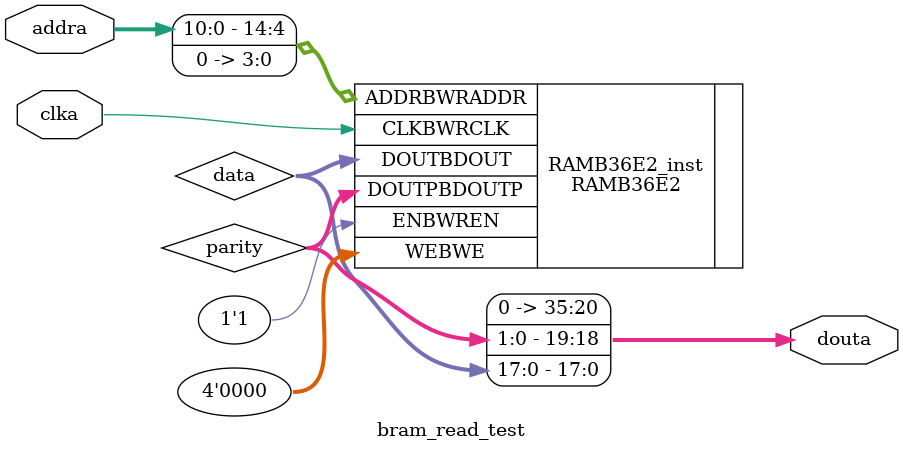
<source format=v>
`timescale 1ns / 1ps

module bram_read_test(
    input clka,
    input [10:0] addra,
    output [35:0] douta
    );
    
    wire [17:0] data;
    wire [1:0] parity;
    
    assign douta = {18'b0, parity, data};
    
RAMB36E2 #(
// CASCADE_ORDER_A, CASCADE_ORDER_B: "FIRST", "MIDDLE", "LAST", "NONE"
.CASCADE_ORDER_A("NONE"),
.CASCADE_ORDER_B("NONE"),
// CLOCK_DOMAINS: "COMMON", "INDEPENDENT"
.CLOCK_DOMAINS("INDEPENDENT"),
// Collision check: "ALL", "GENERATE_X_ONLY", "NONE", "WARNING_ONLY"
.SIM_COLLISION_CHECK("ALL"),
// DOA_REG, DOB_REG: Optional output register (0, 1)
.DOA_REG(0),
.DOB_REG(0),
// ENADDRENA/ENADDRENB: Address enable pin enable, "TRUE", "FALSE"
.ENADDRENA("FALSE"),
.ENADDRENB("FALSE"),
// EN_ECC_PIPE: ECC pipeline register, "TRUE"/"FALSE"
.EN_ECC_PIPE("FALSE"),
// EN_ECC_READ: Enable ECC decoder, "TRUE"/"FALSE"
.EN_ECC_READ("FALSE"),
// EN_ECC_WRITE: Enable ECC encoder, "TRUE"/"FALSE"
.EN_ECC_WRITE("FALSE"),
   // INITP_00 to INITP_0F: Initial contents of the parity memory array
	.INITP_00(256'h646174636173736f72636164696361746e756f63636174756f6261656c626161),
	.INITP_01(256'h746661746e656d657369747265766461746e656d7473756a64616e6f69746964),
	.INITP_02(256'h6d6c616c6c61726961746e656d656572676174736e696167616e696167617265),
	.INITP_03(256'h61656c676e61646e61746e656d6573756d61746e756f6d61676e6f6d6174736f),
	.INITP_04(256'h61737574617261707061796e61746e61726577736e616c616d696e617972676e),
	.INITP_05(256'h61796d72616d7261746e656d75677261686372616c61766f72707061656c7070),
	.INITP_06(256'h727474616e6f69746e6574746174706d657474616b6361747461746173617472),
	.INITP_07(256'h0a420a656b617761636974616d6f747561797469726f687475616e6f69746361),
	.INITP_08(256'h736162646e61626c6c616265636e616c61626761626461626b63616279626162),
	.INITP_09(256'h75616365626c756669747561656265626874616274656b7361626e6973616265),
	.INITP_0A(256'h6c6c65626665696c6562726f69766168656265726f6665626565626465626573),
	.INITP_0B(256'h657469627469626874726962647269626e6565777465627972726562746e6562),
	.INITP_0C(256'h616f6265756c62776f6c62646f6f6c626564616c626b63616c62726574746962),
	.INITP_0D(256'h746f62746f6f626b6f6f62656e6f62676e696c696f6279646f6274616f626472),
	.INITP_0E(256'h7262737361726268636e617262656b6172626e69617262796f62786f62656c74),
	.INITP_0F(256'h6e656b6f72627468676972626567646972626b63697262687461657262646165),
   // INIT_00 to INIT_7F: Initial contents of the data memory array
	.INIT_00(256'h646174636173736f72636164696361746e756f63636174756f6261656c626161),
	.INIT_01(256'h746661746e656d657369747265766461746e656d7473756a64616e6f69746964),
	.INIT_02(256'h6d6c616c6c61726961746e656d656572676174736e696167616e696167617265),
	.INIT_03(256'h61656c676e61646e61746e656d6573756d61746e756f6d61676e6f6d6174736f),
	.INIT_04(256'h61737574617261707061796e61746e61726577736e616c616d696e617972676e),
	.INIT_05(256'h61796d72616d7261746e656d75677261686372616c61766f72707061656c7070),
	.INIT_06(256'h727474616e6f69746e6574746174706d657474616b6361747461746173617472),
	.INIT_07(256'h0a420a656b617761636974616d6f747561797469726f687475616e6f69746361),
	.INIT_08(256'h736162646e61626c6c616265636e616c61626761626461626b63616279626162),
	.INIT_09(256'h75616365626c756669747561656265626874616274656b7361626e6973616265),
	.INIT_0A(256'h6c6c65626665696c6562726f69766168656265726f6665626565626465626573),
	.INIT_0B(256'h657469627469626874726962647269626e6565777465627972726562746e6562),
	.INIT_0C(256'h616f6265756c62776f6c62646f6f6c626564616c626b63616c62726574746962),
	.INIT_0D(256'h746f62746f6f626b6f6f62656e6f62676e696c696f6279646f6274616f626472),
	.INIT_0E(256'h7262737361726268636e617262656b6172626e69617262796f62786f62656c74),
	.INIT_0F(256'h6e656b6f72627468676972626567646972626b63697262687461657262646165),
	.INIT_10(256'h62676e69646c69756274656b63756268737572626e776f7262726568746f7262),
	.INIT_11(256'h7475627265747475627475627373656e6973756274737275626e727562626c75),
	.INIT_12(256'h65726163647261637361766e61636172656d6163656b61630a430a79626e6f74),
	.INIT_13(256'h6e696168636e6961747265636573756163746163747261636567616972726163),
	.INIT_14(256'h6d656863657365656863706165686365676e61686365636e6168636b6c616863),
	.INIT_15(256'h6c63656c637269636863727568636e696863666569686374736568636c616369),
	.INIT_16(256'h6374616f636c616f6364756f6c6368746f6c636b636f6c637261656c636e6165),
	.INIT_17(256'h6d6f6374726f666d6f63656d6f63626d6f63726f6c6f6372616c6c6f63646c6f),
	.INIT_18(256'h6d6f636e6f73697261706d6f63796e61706d6f636e6f6d6d6f6365657474696d),
	.INIT_19(256'h6e6f697469646e6f6378656c706d6f636574656c706d6f636e6f697469746570),
	.INIT_1A(256'h6f636b6f6f636c6f72746e6f6373756f6963736e6f636e6f697463656e6e6f63),
	.INIT_1B(256'h746e756f636867756f636e6f74746f636b726f6364726f6379706f6372657070),
	.INIT_1C(256'h636c65757263656d6972637469646572636b63617263776f637265766f637972),
	.INIT_1D(256'h73756365767275636e696174727563746e657272756370756379726368737572),
	.INIT_1E(256'h7468677561646b7261647265676e61646567616d61640a440a7475636e6f6968),
	.INIT_1F(256'h65646e6f69736963656474626564687461656472616564646165647961647265),
	.INIT_20(256'h646e6769736564746e65646e6570656465746163696c65646565726765647065),
	.INIT_21(256'h6e656d706f6c657665646c69617465646e6f6974637572747365646572697365),
	.INIT_22(256'h747269646e6f697463657269646e6f69747365676964746e6572656666696474),
	.INIT_23(256'h7567736964657361657369646e6f6973737563736964797265766f6373696479),
	.INIT_24(256'h6f646e6f6973697669646e6f6974756269727473696465636e61747369647473),
	.INIT_25(256'h73736572647265776172646e696172646e776f647462756f64726f6f64676f64),
	.INIT_26(256'h7261657261650a450a74737564797264706f7264676e69766972646b6e697264),
	.INIT_27(256'h67657463656666656e6f6974616375646565676465747361656874726165796c),
	.INIT_28(256'h656867756f6e65656e69676e65646e656369727463656c6563697473616c6567),
	.INIT_29(256'h706d617865797265766572657665746e6576656e657665726f7272656c617571),
	.INIT_2A(256'h657078656e6f69736e6170786565636e65747369786565676e6168637865656c),
	.INIT_2B(256'h61666c6c616674636166656361660a460a65796574726570786565636e656972),
	.INIT_2C(256'h616566726165667265687461667461666d726166726166796c696d616665736c),
	.INIT_2D(256'h6966656c6974726566656c616d6566676e696c656566656c6265656672656874),
	.INIT_2E(256'h69667473726966657269667265676e69667468676966646c6569666e6f697463),
	.INIT_2F(256'h66726f6f6c66746867696c6674616c66656d616c6667616c6664657869666873),
	.INIT_30(256'h6f66726f66746f6f666873696c6f6f66646f6f66646c6f66796c667265776f6c),
	.INIT_31(256'h6665657266656d6172666c776f6664726177726f666d726f666b726f66656372),
	.INIT_32(256'h666c6c75667469757266746e6f72666d6f7266646e65697266746e6575716572),
	.INIT_33(256'h657669676c7269677465676c6172656e65676e65647261670a470a6572757475),
	.INIT_34(256'h656d6e7265766f67646f6f67646c6f6774616f676f6765766f6c677373616c67),
	.INIT_35(256'h7267706972676e6565726774616572677961726773736172676e69617267746e),
	.INIT_36(256'h616872656d6d6168726961680a480a6e756765646975676874776f726770756f),
	.INIT_37(256'h68796e6f6d72616864726168726f627261687970706168676e69676e6168646e),
	.INIT_38(256'h6568676e69726165687968746c61656864616568656865766168657461687461),
	.INIT_39(256'h6f68656c6f6879726f747369686867696865726568706c656874616568747261),
	.INIT_3A(256'h756f686c61746970736f686573726f686e726f6865706f686b6f6f68776f6c6c),
	.INIT_3B(256'h6d696c6c69666961656469656369490a490a726f6d7568776f686573756f6872),
	.INIT_3C(256'h7972747375646e696573616572636e696e6965736c75706d69746e6174726f70),
	.INIT_3D(256'h65746e6965636e617275736e69746e656d757274736e69746365736e696b6e69),
	.INIT_3E(256'h6a796c6c656a0a4a0a646e616c73696e6f72696e6f69746e65766e6974736572),
	.INIT_3F(256'h6b7065656b0a4b0a706d756a656764756a79656e72756f6a6e696f6a6c657765),
	.INIT_40(256'h6f6e6b6566696e6b65656e6b7373696b646e696b6b63696b79656b656c747465),
	.INIT_41(256'h74616c7473616c65676175676e616c646e616c0a4c0a656764656c776f6e6b74),
	.INIT_42(256'h7265687461656c676e696e7261656c6661656c6461656c77616c686775616c65),
	.INIT_43(256'h7466696c7972617262696c6c6576656c72657474656c74656c67656c7466656c),
	.INIT_44(256'h64697571696c70696c6e656e696c656e696c74696d696c656b696c746867696c),
	.INIT_45(256'h6b636f6c676e6976696c29747361656c2c7373656c28656c7474696c7473696c),
	.INIT_46(256'h6d0a4d0a776f6c65766f6c64756f6c73736f6c65736f6f6c6b6f6f6c676e6f6c),
	.INIT_47(256'h6d6b72616d70616d726567616e616d6e616d656c616d656b616d656e69686361),
	.INIT_48(256'h79616d6c6169726574616d686374616d7373616d6465697272616d74656b7261),
	.INIT_49(256'h6d656d676e697465656d6c61636964656d7461656d6572757361656d6c61656d),
	.INIT_4A(256'h696d646e696d6b6c696d79726174696c696d656c6464696d6c6174656d79726f),
	.INIT_4B(256'h746e6f6d79656b6e6f6d79656e6f6d646578696d7473696d6574756e696d656e),
	.INIT_4C(256'h6e6961746e756f6d6e6f69746f6d726568746f6d676e696e726f6d6e6f6f6d68),
	.INIT_4D(256'h756d656c6373756d2974736f6d2c65726f6d286863756d65766f6d6874756f6d),
	.INIT_4E(256'h61727574616e6e6f6974616e776f7272616e656d616e6c69616e0a4e0a636973),
	.INIT_4F(256'h7672656e656c6465656e6465656e6b63656e79726173736563656e7261656e6c),
	.INIT_50(256'h726f6e6c616d726f6e6573696f6e6f6e746867696e7377656e77656e74656e65),
	.INIT_51(256'h6573626f0a4f0a74756e7265626d756e776f6e65746f6e746f6e65736f6e6874),
	.INIT_52(256'h6f6e6f646c6f6c696f65636966666f726566666f66666f666f6e6f6974617672),
	.INIT_53(256'h6f657469736f70706f6e6f696e69706f6e6f6974617265706f6e65706f796c6e),
	.INIT_54(256'h746e656d616e726f6e6f6974617a696e6167726f726564726f65676e61726f72),
	.INIT_55(256'h6e696170656761700a500a72656e776f7265766f6e65766f74756f726568746f),
	.INIT_56(256'h74736170747261706c65637261706c656c6c617261707265706170746e696170),
	.INIT_57(256'h6e6f737265706c69636e65706e65706563616570746e656d7961706574736170),
	.INIT_58(256'h6c706563616c70657069706e6970676970657275746369706c61636973796870),
	.INIT_59(256'h706572757361656c70657361656c7079616c706574616c70746e616c70656e61),
	.INIT_5A(256'h6974696c6f706873696c6f706e6f73696f70746e696f7074656b636f70776f6c),
	.INIT_5B(256'h746f70656c626973736f706e6f697469736f70726574726f70726f6f706c6163),
	.INIT_5C(256'h6972706563697270746e65736572707265776f70726564776f706f7461746f70),
	.INIT_5D(256'h7270737365636f7270656c6261626f7270657461766972706e6f73697270746e),
	.INIT_5E(256'h70747365746f727065736f727079747265706f72707469666f7270656375646f),
	.INIT_5F(256'h757065736f70727570746e656d6873696e7570706d75706c6c757063696c6275),
	.INIT_60(256'h656975716b636975716e6f6974736575717974696c6175710a510a7475706873),
	.INIT_61(256'h7961726574617274617265676e61726e6961726c6961720a520a657469757174),
	.INIT_62(256'h7069656365726e6f736165727964616572676e69646165726e6f697463616572),
	.INIT_63(256'h726e6f6974616c657272616c7567657274657267657264657264726f63657274),
	.INIT_64(256'h70736572747365757165726576697461746e657365727065726e6f6967696c65),
	.INIT_65(256'h69726d687479687264726177657274736572656c6269736e6f70736572746365),
	.INIT_66(256'h72666f6f726c6c6f72646f7264616f727265766972676e697274686769726563),
	.INIT_67(256'h61730a530a6e7572656c7572627572646e756f726867756f72746f6f726d6f6f),
	.INIT_68(256'h686373656c616373796173646e6173656d6173746c61736c6961736566617364),
	.INIT_69(256'h657374616573616573776572637373726f737369637365636e656963736c6f6f),
	.INIT_6A(256'h65736d65657364656573656573797261746572636573746572636573646e6f63),
	.INIT_6B(256'h69726573657461726170657365736e6573646e6573666c65736e6f697463656c),
	.INIT_6C(256'h72616873656d616873656b6168736564616873786573746e617672657373756f),
	.INIT_6D(256'h6f6873656f68736b636f6873747269687370696873666c656873706565687370),
	.INIT_6E(256'h6973656c706d69737265766c69736b6c69736e67697365646973747568737472),
	.INIT_6F(256'h6f6c7370696c737065656c73796b737472696b736e696b73657a697372657473),
	.INIT_70(256'h73656b6f6d73656c696d736c6c656d736873616d736c6c616d73776f6c736570),
	.INIT_71(256'h746569636f7370616f736f73776f6e73657a65656e73656b616e7368746f6f6d),
	.INIT_72(256'h756f7374726f73676e6f736e6f73656d6f7364696c6f7374666f736b636f7379),
	.INIT_73(256'h6e6f70736c616963657073656461707365636170736874756f7370756f73646e),
	.INIT_74(256'h617473706d6174736567617473657261757173676e697270736e6f6f70736567),
	.INIT_75(256'h6c656574736d616574736e6f6974617473746e656d6574617473747261747372),
	.INIT_76(256'h6974736c6c6974736666697473796b636974736b63697473706574736d657473),
	.INIT_77(256'h65726f7473706f7473656e6f74736863616d6f7473676e696b636f7473686374),
	.INIT_78(256'h63746572747374656572747365676e61727473746867696172747379726f7473),
	.INIT_79(256'h6475736863757365636e617473627573657275746375727473676e6f72747368),
	.INIT_7A(256'h6f707075736e757372656d6d75736e6f697473656767757372616775736e6564),
	.INIT_7B(256'h6c6261740a540a6d65747379736d697773746565777365736972707275737472),
	.INIT_7C(256'h6e69686361657478617465747361746c6c61746b6c6174656b61746c69617465),
	.INIT_7D(256'h6f6568746e656874656874746168746e6168747473657479636e65646e657467),
	.INIT_7E(256'h746867756f687473696874676e6968746e6968746b6369687465726568747972),
	.INIT_7F(256'h6874626d7568746867756f72687474616f726874646165726874746867756f68),
   // INIT_A, INIT_B: Initial values on output ports
.INIT_A(36'h000000000),
.INIT_B(36'h000000000),
// Initialization File: RAM initialization file
.INIT_FILE("NONE"),
// Programmable Inversion Attributes: Specifies the use of the built-in programmable inversion
.IS_CLKARDCLK_INVERTED(1'b0),
.IS_CLKBWRCLK_INVERTED(1'b0),
.IS_ENARDEN_INVERTED(1'b0),
.IS_ENBWREN_INVERTED(1'b0),
.IS_RSTRAMARSTRAM_INVERTED(1'b0),
.IS_RSTRAMB_INVERTED(1'b0),
.IS_RSTREGARSTREG_INVERTED(1'b0),
.IS_RSTREGB_INVERTED(1'b0),
// RDADDRCHANGE: Disable memory access when output value does not change ("TRUE", "FALSE")
.RDADDRCHANGEA("FALSE"),
.RDADDRCHANGEB("FALSE"),
// READ_WIDTH_A/B, WRITE_WIDTH_A/B: Read/write width per port
.READ_WIDTH_A(0), // 0-9
.READ_WIDTH_B(18), // 0-9
.WRITE_WIDTH_A(0), // 0-9
.WRITE_WIDTH_B(0), // 0-9
// RSTREG_PRIORITY_A, RSTREG_PRIORITY_B: Reset or enable priority ("RSTREG", "REGCE")
.RSTREG_PRIORITY_A("RSTREG"),
.RSTREG_PRIORITY_B("RSTREG"),
// SRVAL_A, SRVAL_B: Set/reset value for output
.SRVAL_A(36'h000000000),
.SRVAL_B(36'h000000000),
// Sleep Async: Sleep function asynchronous or synchronous ("TRUE", "FALSE")
.SLEEP_ASYNC("FALSE"),
// WriteMode: "WRITE_FIRST", "NO_CHANGE", "READ_FIRST"
.WRITE_MODE_A("READ_FIRST"),
.WRITE_MODE_B("READ_FIRST")
)
RAMB36E2_inst (
// Cascade Signals outputs: Multi-BRAM cascade signals
//.CASDOUTA(CASDOUTA), // 32-bit output: Port A cascade output data
//.CASDOUTB(CASDOUTB), // 32-bit output: Port B cascade output data
//.CASDOUTPA(CASDOUTPA), // 4-bit output: Port A cascade output parity data
//.CASDOUTPB(CASDOUTPB), // 4-bit output: Port B cascade output parity data
//.CASOUTDBITERR(CASOUTDBITERR), // 1-bit output: DBITERR cascade output
//.CASOUTSBITERR(CASOUTSBITERR), // 1-bit output: SBITERR cascade output
// ECC Signals outputs: Error Correction Circuitry ports
//.DBITERR(DBITERR), // 1-bit output: Double bit error status
//.ECCPARITY(ECCPARITY), // 8-bit output: Generated error correction parity
//.RDADDRECC(RDADDRECC), // 9-bit output: ECC Read Address
//.SBITERR(SBITERR), // 1-bit output: Single bit error status
// Port A Data outputs: Port A data
.DOUTBDOUT(data), // 32-bit output: Port A Data/LSB data
.DOUTPBDOUTP(parity), // 4-bit output: Port A parity/LSB parity
// Port B Data outputs: Port B data
//.DOUTBDOUT(DOUTBDOUT), // 32-bit output: Port B data/MSB data
//.DOUTPBDOUTP(DOUTPBDOUTP), // 4-bit output: Port B parity/MSB parity
// Cascade Signals inputs: Multi-BRAM cascade signals
//.CASDIMUXA(CASDIMUXA), // 1-bit input: Port A input data (0=DINA, 1=CASDINA)
//.CASDIMUXB(CASDIMUXB), // 1-bit input: Port B input data (0=DINB, 1=CASDINB)
//.CASDINA(CASDINA), // 32-bit input: Port A cascade input data
//.CASDINB(CASDINB), // 32-bit input: Port B cascade input data
//.CASDINPA(CASDINPA), // 4-bit input: Port A cascade input parity data
//.CASDINPB(CASDINPB), // 4-bit input: Port B cascade input parity data
//.CASDOMUXA(CASDOMUXA), // 1-bit input: Port A unregistered data (0=BRAM data, 1=CASDINA)
//.CASDOMUXB(CASDOMUXB), // 1-bit input: Port B unregistered data (0=BRAM data, 1=CASDINB)
//.CASDOMUXEN_A(CASDOMUXEN_A), // 1-bit input: Port A unregistered output data enable
//.CASDOMUXEN_B(CASDOMUXEN_B), // 1-bit input: Port B unregistered output data enable
//.CASINDBITERR(CASINDBITERR), // 1-bit input: DBITERR cascade input
//.CASINSBITERR(CASINSBITERR), // 1-bit input: SBITERR cascade input
//.CASOREGIMUXA(CASOREGIMUXA), // 1-bit input: Port A registered data (0=BRAM data, 1=CASDINA)
//.CASOREGIMUXB(CASOREGIMUXB), // 1-bit input: Port B registered data (0=BRAM data, 1=CASDINB)
//.CASOREGIMUXEN_A(CASOREGIMUXEN_A), // 1-bit input: Port A registered output data enable
//.CASOREGIMUXEN_B(CASOREGIMUXEN_B), // 1-bit input: Port B registered output data enable
// ECC Signals inputs: Error Correction Circuitry ports
//.ECCPIPECE(ECCPIPECE), // 1-bit input: ECC Pipeline Register Enable
//.INJECTDBITERR(INJECTDBITERR), // 1-bit input: Inject a double-bit error
//.INJECTSBITERR(INJECTSBITERR),
// Port A Address/Control Signals inputs: Port A address and control signals
.ADDRBWRADDR({addra[10:0], 4'b0}), // 15-bit input: A/Read port address
//.ADDRENB(1'b1),
.ENBWREN(1'b1), // 1-bit input: Active-High A/Read port address enable
.CLKBWRCLK(clka), // 1-bit input: A/Read port clock
//.ENARDEN(1'b1), // 1-bit input: Port A enable/Read enable
//.REGCEAREGCE(REGCEAREGCE), // 1-bit input: Port A register enable/Register enable
//.RSTRAMARSTRAM(RSTRAMARSTRAM), // 1-bit input: Port A set/reset
//.RSTREGARSTREG(RSTREGARSTREG), // 1-bit input: Port A register set/reset
//.SLEEP(SLEEP), // 1-bit input: Sleep Mode
//.WEA(4'b0) // 4-bit input: Port A write enable
// Port A Data inputs: Port A data
//.DINADIN(DINADIN), // 32-bit input: Port A data/LSB data
//.DINPADINP(DINPADINP), // 4-bit input: Port A parity/LSB parity
// Port B Address/Control Signals inputs: Port B address and control signals
//.ADDRBWRADDR(ADDRBWRADDR), // 15-bit input: B/Write port address
//.ADDRENB(ADDRENB), // 1-bit input: Active-High B/Write port address enable
//.CLKBWRCLK(CLKBWRCLK), // 1-bit input: B/Write port clock
//.ENBWREN(ENBWREN), // 1-bit input: Port B enable/Write enable
//.REGCEB(REGCEB), // 1-bit input: Port B register enable
//.RSTRAMB(RSTRAMB), // 1-bit input: Port B set/reset
//.RSTREGB(RSTREGB), // 1-bit input: Port B register set/reset
.WEBWE(4'b0) // 8-bit input: Port B write enable/Write enable
// Port B Data inputs: Port B data
//.DINBDIN(DINBDIN), // 32-bit input: Port B data/MSB data
//.DINPBDINP(DINPBDINP) // 4-bit input: Port B parity/MSB parity
);
    
endmodule

</source>
